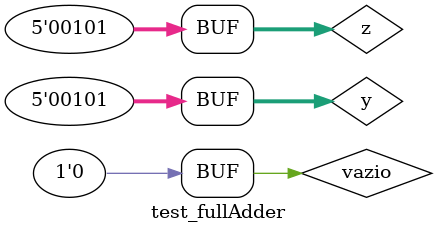
<source format=v>
		module halfAdder (output s0, 
								output s1,
		                  input w,  
		                  input x); 
		
//		xor (s0, w, x);
//		and (s1, w, x);
		xor XOR1(s0, w, x);
		and AND1(s1, w, x);

		endmodule // halfAdder

		module fullAdder (output s0,
								output s1,
		                  input w,
		                  input x,
		                  input ci);
			wire sxor,sand1,sand2;

			halfAdder ha1(sxor,sand1,w,x);
			halfAdder ha2(s0,sand2,ci,sxor);
//			or (s1, sand1, sand2);
			or OR1(s1, sand1, sand2);

		endmodule // fullAdder

	module test_fullAdder;
// ------------------------- definir dados
		reg [4:0] y;
		reg [4:0] z;
		reg vazio;
		wire carry1;
		wire carry2;
		wire carry3;
		wire carry4; 
		wire [4:0] s0f;
		wire s1f;
		
		fullAdder fa1 (s0f[0], carry1, y[0], z[0], vazio);
		fullAdder fa2 (s0f[1], carry2, y[1], z[1], carry1);
		fullAdder fa3 (s0f[2], carry3, y[2], z[2], carry2);
		fullAdder fa4 (s0f[3], carry4, y[3], z[3], carry3);
		fullAdder fa5 (s0f[4], s1f, y[4], z[4], carry4);
		
// ------------------------- parte principal 
	initial begin 
		$display("Exemplo0021 - Pedro Henrique Vilar Locatelli - 427453"); 
		$display("Test ALU's full adder"); 
		
		// projetar testes do somador complete
		
		#1 y = 5'b00001; z = 5'b00001; vazio = 1'b0;
		
		$monitor("%b + %b = %b%b", y, z, s1f, s0f ); 
		
		#2 y = 5'b00101; z = 5'b00101; vazio = 1'b0;
		
	end 
endmodule // test_fullAdder 
</source>
